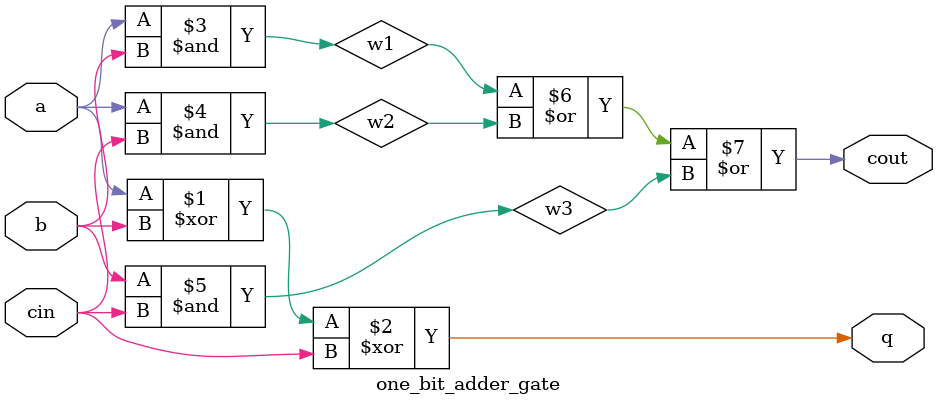
<source format=v>
`timescale 1ns / 1ps
module one_bit_adder_gate(output q,cout, input a,b,cin);
			wire w1,w2,w3;
			xor( q, a, b, cin );
			and( w1,a,b);
			and( w2,a,cin);
			and( w3,b,cin);
			or(cout,w1,w2,w3);
			
endmodule


</source>
